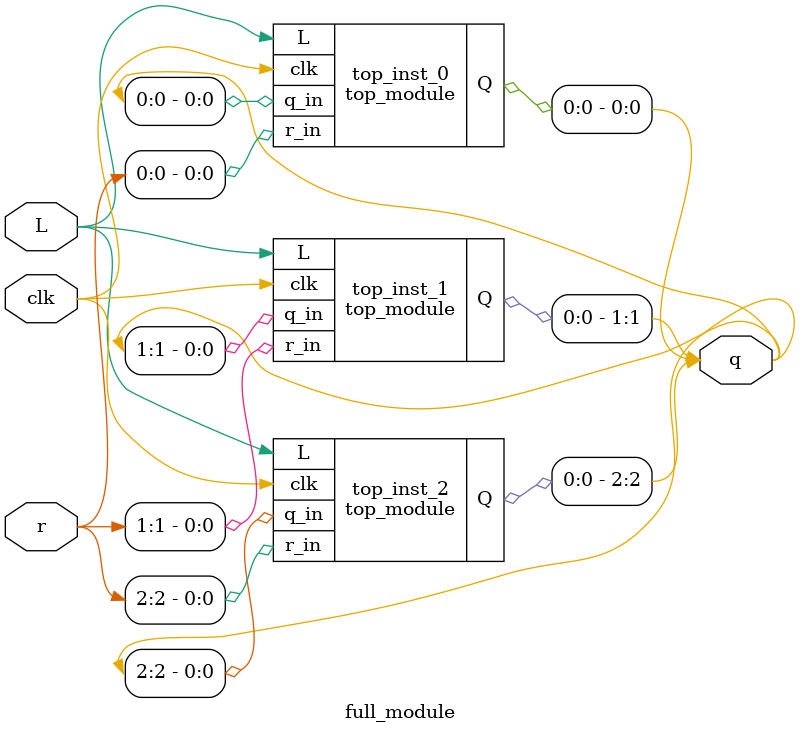
<source format=sv>
module top_module(
    input clk,
    input L,
    input q_in,
    input r_in,
    output reg Q
);

always @(posedge clk) begin
    if (L) begin
        Q <= r_in;
    end else begin
        Q <= q_in;
    end
end

endmodule
module full_module (
    input [2:0] r,
    input L,
    input clk,
    output reg [2:0] q
);

top_module top_inst_0 (
    .clk(clk),
    .L(L),
    .q_in(q[0]),
    .r_in(r[0]),
    .Q(q[0])
);

top_module top_inst_1 (
    .clk(clk),
    .L(L),
    .q_in(q[1]),
    .r_in(r[1]),
    .Q(q[1])
);

top_module top_inst_2 (
    .clk(clk),
    .L(L),
    .q_in({q[1] ^ q[2], q[0], q[2]}),
    .r_in(r[2]),
    .Q(q[2])
);

endmodule

</source>
